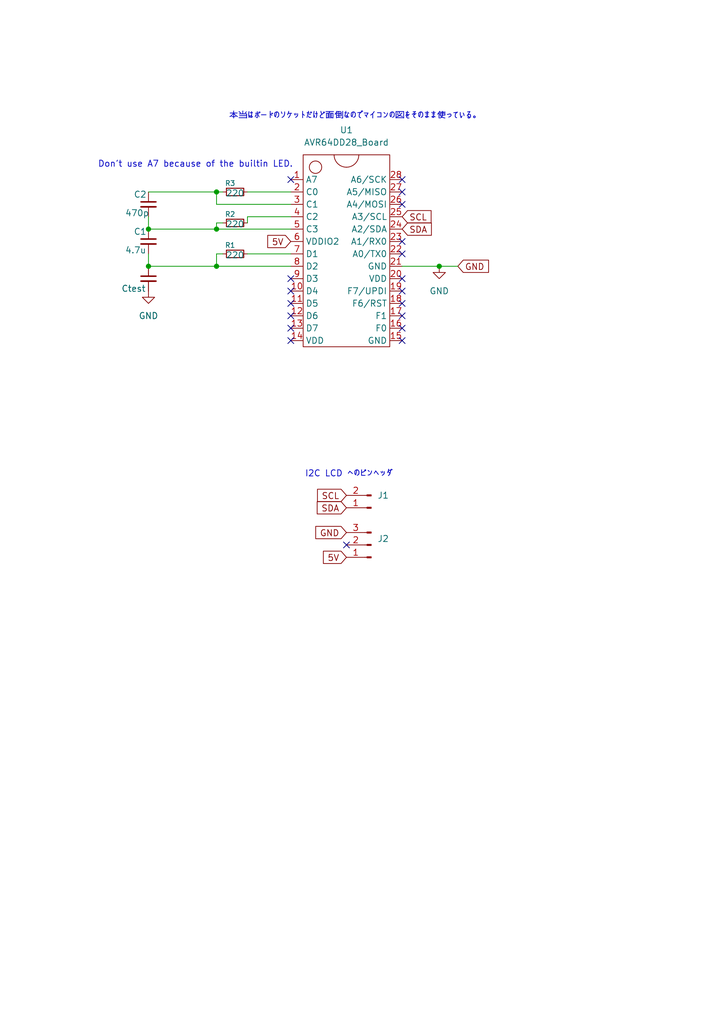
<source format=kicad_sch>
(kicad_sch (version 20250114) (generator "eeschema") (generator_version "9.0")
  (paper "A5" portrait)
  (lib_symbols
    (symbol "0Ore:AVR64DD28"
      (property "Reference" "U" (at 0 0 0))
      (symbol "AVR64DD28_0_1"
        (rectangle (start -8.89 40.64) (end 8.89 1.27))
        (circle (center -6.35 38.1) (radius 1.27))
        (arc (start 0 38.1) (mid -1.7961 38.8439) (end -2.54 40.64))
        (arc (start 2.54 40.64) (mid 1.7961 38.8439) (end 0 38.1))
      )
      (symbol "AVR64DD28_1_1"
        (pin input line (at -11.43 35.56 0) (length 2.54) (name "A7") (number "1"))
        (pin input line (at -11.43 33.02 0) (length 2.54) (name "C0") (number "2"))
        (pin input line (at -11.43 30.48 0) (length 2.54) (name "C1") (number "3"))
        (pin input line (at -11.43 27.94 0) (length 2.54) (name "C2") (number "4"))
        (pin input line (at -11.43 25.4 0) (length 2.54) (name "C3") (number "5"))
        (pin input line (at -11.43 22.86 0) (length 2.54) (name "VDDIO2") (number "6"))
        (pin input line (at -11.43 20.32 0) (length 2.54) (name "D1") (number "7"))
        (pin input line (at -11.43 17.78 0) (length 2.54) (name "D2") (number "8"))
        (pin input line (at -11.43 15.24 0) (length 2.54) (name "D3") (number "9"))
        (pin input line (at -11.43 12.7 0) (length 2.54) (name "D4") (number "10"))
        (pin input line (at -11.43 10.16 0) (length 2.54) (name "D5") (number "11"))
        (pin input line (at -11.43 7.62 0) (length 2.54) (name "D6") (number "12"))
        (pin input line (at -11.43 5.08 0) (length 2.54) (name "D7") (number "13"))
        (pin input line (at -11.43 2.54 0) (length 2.54) (name "VDD") (number "14"))
        (pin input line (at 11.43 35.56 180) (length 2.54) (name "A6/SCK") (number "28"))
        (pin input line (at 11.43 33.02 180) (length 2.54) (name "A5/MISO") (number "27"))
        (pin input line (at 11.43 30.48 180) (length 2.54) (name "A4/MOSI") (number "26"))
        (pin input line (at 11.43 27.94 180) (length 2.54) (name "A3/SCL") (number "25"))
        (pin input line (at 11.43 25.4 180) (length 2.54) (name "A2/SDA") (number "24"))
        (pin input line (at 11.43 22.86 180) (length 2.54) (name "A1/RX0") (number "23"))
        (pin input line (at 11.43 20.32 180) (length 2.54) (name "A0/TX0") (number "22"))
        (pin input line (at 11.43 17.78 180) (length 2.54) (name "GND") (number "21"))
        (pin input line (at 11.43 15.24 180) (length 2.54) (name "VDD") (number "20"))
        (pin input line (at 11.43 12.7 180) (length 2.54) (name "F7/UPDI") (number "19"))
        (pin input line (at 11.43 10.16 180) (length 2.54) (name "F6/RST") (number "18"))
        (pin input line (at 11.43 7.62 180) (length 2.54) (name "F1") (number "17"))
        (pin input line (at 11.43 5.08 180) (length 2.54) (name "F0") (number "16"))
        (pin input line (at 11.43 2.54 180) (length 2.54) (name "GND") (number "15"))
      )
    )
    (symbol "Connector:Conn_01x02_Pin" (pin_names (offset 1.016) (hide yes))
      (property "Reference" "J" (at 0 2.54 0))
      (property "Value" "Conn_01x02_Pin" (at 0 -5.08 0))
      (symbol "Conn_01x02_Pin_1_1"
        (rectangle (start 0.8636 0.127) (end 0 -0.127) (stroke (width 0.1524)) (fill (type outline)))
        (rectangle (start 0.8636 -2.413) (end 0 -2.667) (stroke (width 0.1524)) (fill (type outline)))
        (polyline (pts (xy 1.27 0) (xy 0.8636 0)) (stroke (width 0.1524)))
        (polyline (pts (xy 1.27 -2.54) (xy 0.8636 -2.54)) (stroke (width 0.1524)))
        (pin passive line (at 5.08 0 180) (length 3.81) (name "Pin_1") (number "1"))
        (pin passive line (at 5.08 -2.54 180) (length 3.81) (name "Pin_2") (number "2"))
      )
    )
    (symbol "Connector:Conn_01x03_Pin" (pin_names (offset 1.016) (hide yes))
      (property "Reference" "J" (at 0 5.08 0))
      (property "Value" "Conn_01x03_Pin" (at 0 -5.08 0))
      (symbol "Conn_01x03_Pin_1_1"
        (rectangle (start 0.8636 2.667) (end 0 2.413) (stroke (width 0.1524)) (fill (type outline)))
        (rectangle (start 0.8636 0.127) (end 0 -0.127) (stroke (width 0.1524)) (fill (type outline)))
        (rectangle (start 0.8636 -2.413) (end 0 -2.667) (stroke (width 0.1524)) (fill (type outline)))
        (polyline (pts (xy 1.27 2.54) (xy 0.8636 2.54)) (stroke (width 0.1524)))
        (polyline (pts (xy 1.27 0) (xy 0.8636 0)) (stroke (width 0.1524)))
        (polyline (pts (xy 1.27 -2.54) (xy 0.8636 -2.54)) (stroke (width 0.1524)))
        (pin passive line (at 5.08 2.54 180) (length 3.81) (name "Pin_1") (number "1"))
        (pin passive line (at 5.08 0 180) (length 3.81) (name "Pin_2") (number "2"))
        (pin passive line (at 5.08 -2.54 180) (length 3.81) (name "Pin_3") (number "3"))
      )
    )
    (symbol "Device:C_Small" (pin_numbers (hide yes)) (pin_names (offset 0.254) (hide yes))
      (property "Reference" "C" (at 0.254 1.778 0))
      (property "Value" "C_Small" (at 0.254 -2.032 0))
      (symbol "C_Small_0_1"
        (polyline (pts (xy -1.524 0.508) (xy 1.524 0.508)) (stroke (width 0.3048)))
        (polyline (pts (xy -1.524 -0.508) (xy 1.524 -0.508)) (stroke (width 0.3302)))
      )
      (symbol "C_Small_1_1"
        (pin passive line (at 0 2.54 270) (length 2.032) (name "~") (number "1"))
        (pin passive line (at 0 -2.54 90) (length 2.032) (name "~") (number "2"))
      )
    )
    (symbol "Device:R_Small" (pin_numbers (hide yes)) (pin_names (offset 0.254) (hide yes))
      (property "Reference" "R" (at 0 0 90))
      (property "Value" "R_Small" (at 1.778 0 90))
      (symbol "R_Small_0_1"
        (rectangle (start -0.762 1.778) (end 0.762 -1.778) (stroke (width 0.2032)))
      )
      (symbol "R_Small_1_1"
        (pin passive line (at 0 2.54 270) (length 0.762) (name "~") (number "1"))
        (pin passive line (at 0 -2.54 90) (length 0.762) (name "~") (number "2"))
      )
    )
    (symbol "power:GND" (power) (pin_numbers (hide yes)) (pin_names (offset 0) (hide yes))
      (property "Value" "GND" (at 0 -3.81 0))
      (symbol "GND_0_1"
        (polyline (pts (xy 0 0) (xy 0 -1.27) (xy 1.27 -1.27) (xy 0 -2.54) (xy -1.27 -1.27) (xy 0 -1.27)))
      )
      (symbol "GND_1_1"
        (pin power_in line (at 0 0 270) (length 0) (name "~") (number "1"))
      )
    )
  )
  (text "Don't use A7 because of the builtin LED." (at 40.132 33.782 0) (effects (font (size 1.27 1.27))))
  (text "I2C LCD へのピンヘッダ" (at 71.628 97.282 0) (effects (font (size 1.27 1.27))))
  (text "本当はボードのソケットだけど面倒なのでマイコンの図をそのまま使っている。" (at 72.644 23.876 0) (effects (font (size 1.27 1.27))))
  (junction (at 44.45 39.37))
  (junction (at 30.48 46.99))
  (junction (at 44.45 46.99))
  (junction (at 90.17 54.61))
  (junction (at 44.45 54.61))
  (junction (at 30.48 54.61))
  (no_connect (at 82.55 59.69))
  (no_connect (at 59.69 62.23))
  (no_connect (at 82.55 49.53))
  (no_connect (at 82.55 67.31))
  (no_connect (at 82.55 57.15))
  (no_connect (at 82.55 64.77))
  (no_connect (at 82.55 36.83))
  (no_connect (at 82.55 39.37))
  (no_connect (at 59.69 64.77))
  (no_connect (at 82.55 41.91))
  (no_connect (at 82.55 52.07))
  (no_connect (at 59.69 67.31))
  (no_connect (at 71.12 111.76))
  (no_connect (at 59.69 36.83))
  (no_connect (at 82.55 69.85))
  (no_connect (at 59.69 59.69))
  (no_connect (at 82.55 62.23))
  (no_connect (at 59.69 57.15))
  (no_connect (at 59.69 69.85))
  (wire (pts (xy 44.45 52.07) (xy 44.45 54.61)))
  (wire (pts (xy 45.72 45.72) (xy 44.45 45.72)))
  (wire (pts (xy 50.8 44.45) (xy 50.8 45.72)))
  (wire (pts (xy 30.48 46.99) (xy 44.45 46.99)))
  (wire (pts (xy 44.45 41.91) (xy 59.69 41.91)))
  (wire (pts (xy 93.98 54.61) (xy 90.17 54.61)))
  (wire (pts (xy 44.45 39.37) (xy 44.45 41.91)))
  (wire (pts (xy 44.45 46.99) (xy 59.69 46.99)))
  (wire (pts (xy 44.45 52.07) (xy 45.72 52.07)))
  (wire (pts (xy 30.48 52.07) (xy 30.48 54.61)))
  (wire (pts (xy 44.45 39.37) (xy 45.72 39.37)))
  (wire (pts (xy 50.8 39.37) (xy 59.69 39.37)))
  (wire (pts (xy 90.17 54.61) (xy 82.55 54.61)))
  (wire (pts (xy 44.45 45.72) (xy 44.45 46.99)))
  (wire (pts (xy 30.48 39.37) (xy 44.45 39.37)))
  (wire (pts (xy 30.48 44.45) (xy 30.48 46.99)))
  (wire (pts (xy 59.69 44.45) (xy 50.8 44.45)))
  (wire (pts (xy 30.48 54.61) (xy 44.45 54.61)))
  (wire (pts (xy 50.8 52.07) (xy 59.69 52.07)))
  (wire (pts (xy 44.45 54.61) (xy 59.69 54.61)))
  (global_label "SCL" (shape input) (at 82.55 44.45 0) (property "Intersheetrefs" "${INTERSHEET_REFS}" (effects (hide yes))))
  (global_label "SCL" (shape input) (at 71.12 101.6 180) (property "Intersheetrefs" "${INTERSHEET_REFS}" (effects (hide yes))))
  (global_label "SDA" (shape input) (at 82.55 46.99 0) (property "Intersheetrefs" "${INTERSHEET_REFS}" (effects (hide yes))))
  (global_label "GND" (shape input) (at 93.98 54.61 0) (property "Intersheetrefs" "${INTERSHEET_REFS}" (effects (hide yes))))
  (global_label "5V" (shape input) (at 59.69 49.53 180) (property "Intersheetrefs" "${INTERSHEET_REFS}" (effects (hide yes))))
  (global_label "5V" (shape input) (at 71.12 114.3 180) (property "Intersheetrefs" "${INTERSHEET_REFS}" (effects (hide yes))))
  (global_label "GND" (shape input) (at 71.12 109.22 180) (property "Intersheetrefs" "${INTERSHEET_REFS}" (effects (hide yes))))
  (global_label "SDA" (shape input) (at 71.12 104.14 180) (property "Intersheetrefs" "${INTERSHEET_REFS}" (effects (hide yes))))
  (symbol (lib_id "Device:C_Small") (at 30.48 57.15 0) (unit 1)
    (property "Reference" "Ctest" (at 24.892 59.182 0) (effects (justify left)))
    (property "Description" "Unpolarized capacitor, small symbol" (effects (hide yes)))
  )
  (symbol (lib_id "Device:C_Small") (at 30.48 49.53 0) (unit 1)
    (property "Reference" "C1" (at 27.432 47.498 0) (effects (justify left)))
    (property "Value" "4.7u" (at 25.654 51.308 0) (effects (justify left)))
    (property "Description" "Unpolarized capacitor, small symbol" (effects (hide yes)))
  )
  (symbol (lib_id "Device:C_Small") (at 30.48 41.91 0) (unit 1)
    (property "Reference" "C2" (at 27.432 39.878 0) (effects (justify left)))
    (property "Value" "470p" (at 25.654 43.688 0) (effects (justify left)))
    (property "Description" "Unpolarized capacitor, small symbol" (effects (hide yes)))
  )
  (symbol (lib_id "Device:R_Small") (at 48.26 39.37 90) (unit 1)
    (property "Reference" "R3" (at 47.244 37.592 90) (effects (font (size 1.016 1.016))))
    (property "Value" "220" (at 48.26 39.624 90))
    (property "Description" "Resistor, small symbol" (effects (hide yes)))
  )
  (symbol (lib_id "Device:R_Small") (at 48.26 45.72 90) (unit 1)
    (property "Reference" "R2" (at 47.244 43.942 90) (effects (font (size 1.016 1.016))))
    (property "Value" "220" (at 48.26 45.974 90))
    (property "Description" "Resistor, small symbol" (effects (hide yes)))
  )
  (symbol (lib_id "0Ore:AVR64DD28") (at 71.12 72.39 0) (unit 1)
    (property "Reference" "U1" (at 71.12 26.67 0))
    (property "Value" "AVR64DD28_Board" (at 71.12 29.21 0))
  )
  (symbol (lib_id "Device:R_Small") (at 48.26 52.07 90) (unit 1)
    (property "Reference" "R1" (at 47.244 50.292 90) (effects (font (size 1.016 1.016))))
    (property "Value" "220" (at 48.26 52.324 90))
    (property "Description" "Resistor, small symbol" (effects (hide yes)))
  )
  (symbol (lib_id "power:GND") (at 30.48 59.69 0) (unit 1)
    (property "Reference" "#PWR02" (effects (hide yes)))
    (property "Value" "GND" (at 30.48 64.77 0))
    (property "Description" "Power symbol creates a global label with name \"GND\" , ground" (effects (hide yes)))
  )
  (symbol (lib_id "Connector:Conn_01x03_Pin") (at 76.2 111.76 180) (unit 1)
    (property "Reference" "J2" (at 77.47 110.4899 0) (effects (justify right)))
    (property "Value" "Conn_01x03_Pin" (effects (hide yes)))
    (property "Description" "Generic connector, single row, 01x03, script generated" (effects (hide yes)))
  )
  (symbol (lib_id "Connector:Conn_01x02_Pin") (at 76.2 104.14 180) (unit 1)
    (property "Reference" "J1" (at 77.47 101.5999 0) (effects (justify right)))
    (property "Value" "Conn_01x02_Pin" (effects (hide yes)))
    (property "Description" "Generic connector, single row, 01x02, script generated" (effects (hide yes)))
  )
  (symbol (lib_id "power:GND") (at 90.17 54.61 0) (unit 1)
    (property "Reference" "#PWR01" (effects (hide yes)))
    (property "Value" "GND" (at 90.17 59.69 0))
    (property "Description" "Power symbol creates a global label with name \"GND\" , ground" (effects (hide yes)))
  )
)
</source>
